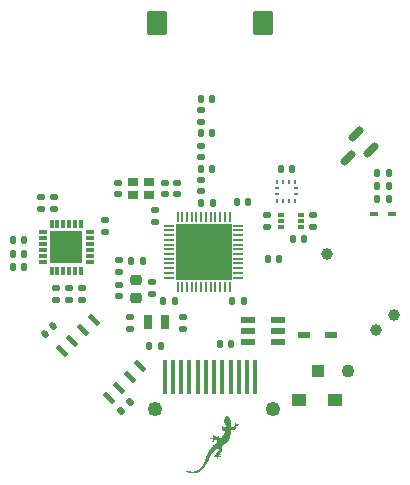
<source format=gbr>
%TF.GenerationSoftware,KiCad,Pcbnew,8.0.3*%
%TF.CreationDate,2024-08-05T21:53:05-05:00*%
%TF.ProjectId,GeckoSmartWatch_V4_1,4765636b-6f53-46d6-9172-745761746368,rev?*%
%TF.SameCoordinates,Original*%
%TF.FileFunction,Soldermask,Top*%
%TF.FilePolarity,Negative*%
%FSLAX46Y46*%
G04 Gerber Fmt 4.6, Leading zero omitted, Abs format (unit mm)*
G04 Created by KiCad (PCBNEW 8.0.3) date 2024-08-05 21:53:05*
%MOMM*%
%LPD*%
G01*
G04 APERTURE LIST*
G04 Aperture macros list*
%AMRoundRect*
0 Rectangle with rounded corners*
0 $1 Rounding radius*
0 $2 $3 $4 $5 $6 $7 $8 $9 X,Y pos of 4 corners*
0 Add a 4 corners polygon primitive as box body*
4,1,4,$2,$3,$4,$5,$6,$7,$8,$9,$2,$3,0*
0 Add four circle primitives for the rounded corners*
1,1,$1+$1,$2,$3*
1,1,$1+$1,$4,$5*
1,1,$1+$1,$6,$7*
1,1,$1+$1,$8,$9*
0 Add four rect primitives between the rounded corners*
20,1,$1+$1,$2,$3,$4,$5,0*
20,1,$1+$1,$4,$5,$6,$7,0*
20,1,$1+$1,$6,$7,$8,$9,0*
20,1,$1+$1,$8,$9,$2,$3,0*%
%AMRotRect*
0 Rectangle, with rotation*
0 The origin of the aperture is its center*
0 $1 length*
0 $2 width*
0 $3 Rotation angle, in degrees counterclockwise*
0 Add horizontal line*
21,1,$1,$2,0,0,$3*%
G04 Aperture macros list end*
%ADD10C,0.000000*%
%ADD11RoundRect,0.150000X0.309359X0.521491X-0.521491X-0.309359X-0.309359X-0.521491X0.521491X0.309359X0*%
%ADD12R,0.800000X0.300000*%
%ADD13R,0.300000X0.800000*%
%ADD14R,2.800000X2.800000*%
%ADD15R,0.850000X0.750000*%
%ADD16C,1.250000*%
%ADD17R,0.400000X3.000000*%
%ADD18RoundRect,0.140000X0.021213X-0.219203X0.219203X-0.021213X-0.021213X0.219203X-0.219203X0.021213X0*%
%ADD19RoundRect,0.140000X0.140000X0.170000X-0.140000X0.170000X-0.140000X-0.170000X0.140000X-0.170000X0*%
%ADD20RoundRect,0.135000X-0.185000X0.135000X-0.185000X-0.135000X0.185000X-0.135000X0.185000X0.135000X0*%
%ADD21RoundRect,0.140000X0.170000X-0.140000X0.170000X0.140000X-0.170000X0.140000X-0.170000X-0.140000X0*%
%ADD22RoundRect,0.135000X-0.035355X0.226274X-0.226274X0.035355X0.035355X-0.226274X0.226274X-0.035355X0*%
%ADD23R,0.200000X0.850000*%
%ADD24R,0.850000X0.200000*%
%ADD25R,4.700000X4.700000*%
%ADD26RoundRect,0.140000X-0.140000X-0.170000X0.140000X-0.170000X0.140000X0.170000X-0.140000X0.170000X0*%
%ADD27RoundRect,0.135000X-0.135000X-0.185000X0.135000X-0.185000X0.135000X0.185000X-0.135000X0.185000X0*%
%ADD28RoundRect,0.147500X0.172500X-0.147500X0.172500X0.147500X-0.172500X0.147500X-0.172500X-0.147500X0*%
%ADD29R,1.200000X0.550000*%
%ADD30R,0.800000X1.300000*%
%ADD31RoundRect,0.135000X0.185000X-0.135000X0.185000X0.135000X-0.185000X0.135000X-0.185000X-0.135000X0*%
%ADD32R,1.075000X0.500000*%
%ADD33RoundRect,0.140000X-0.170000X0.140000X-0.170000X-0.140000X0.170000X-0.140000X0.170000X0.140000X0*%
%ADD34R,0.410000X0.280000*%
%ADD35R,0.280000X0.410000*%
%ADD36RotRect,0.450000X1.100000X225.000000*%
%ADD37RoundRect,0.135000X0.135000X0.185000X-0.135000X0.185000X-0.135000X-0.185000X0.135000X-0.185000X0*%
%ADD38RoundRect,0.218750X-0.256250X0.218750X-0.256250X-0.218750X0.256250X-0.218750X0.256250X0.218750X0*%
%ADD39C,1.100000*%
%ADD40R,1.100000X1.100000*%
%ADD41R,1.240000X1.120000*%
%ADD42R,0.475000X0.300000*%
%ADD43R,0.640000X0.420000*%
%ADD44RoundRect,0.102000X-0.750000X-0.900000X0.750000X-0.900000X0.750000X0.900000X-0.750000X0.900000X0*%
%ADD45C,0.991000*%
G04 APERTURE END LIST*
D10*
%TO.C,G\u002A\u002A\u002A*%
G36*
X144878129Y-114150737D02*
G01*
X144898434Y-114155862D01*
X144905823Y-114159039D01*
X144917202Y-114166191D01*
X144932333Y-114177792D01*
X144949972Y-114192697D01*
X144968878Y-114209760D01*
X144987810Y-114227834D01*
X145005521Y-114245774D01*
X145020773Y-114262434D01*
X145029968Y-114273554D01*
X145039931Y-114285845D01*
X145047953Y-114293837D01*
X145056296Y-114299445D01*
X145065828Y-114303988D01*
X145082881Y-114313637D01*
X145098193Y-114326361D01*
X145109810Y-114340298D01*
X145115087Y-114350931D01*
X145117149Y-114360454D01*
X145119101Y-114374490D01*
X145120531Y-114390057D01*
X145120565Y-114390577D01*
X145121951Y-114405955D01*
X145124366Y-114416758D01*
X145128860Y-114425910D01*
X145136481Y-114436338D01*
X145137352Y-114437433D01*
X145152567Y-114457508D01*
X145167589Y-114479105D01*
X145181352Y-114500540D01*
X145192791Y-114520132D01*
X145200843Y-114536198D01*
X145202567Y-114540422D01*
X145205860Y-114551831D01*
X145208085Y-114566312D01*
X145209351Y-114585129D01*
X145209766Y-114609549D01*
X145209697Y-114623452D01*
X145209623Y-114648219D01*
X145210119Y-114667419D01*
X145211402Y-114682976D01*
X145213692Y-114696813D01*
X145217209Y-114710854D01*
X145221114Y-114723724D01*
X145226995Y-114744428D01*
X145230900Y-114764213D01*
X145232807Y-114784372D01*
X145232693Y-114806196D01*
X145230533Y-114830979D01*
X145226305Y-114860011D01*
X145219987Y-114894584D01*
X145217846Y-114905402D01*
X145212956Y-114930896D01*
X145208566Y-114955850D01*
X145204932Y-114978637D01*
X145202311Y-114997633D01*
X145200961Y-115011213D01*
X145200872Y-115012957D01*
X145199767Y-115041326D01*
X145226196Y-115064535D01*
X145241291Y-115077270D01*
X145254074Y-115086215D01*
X145266321Y-115091845D01*
X145279802Y-115094636D01*
X145296291Y-115095064D01*
X145317563Y-115093604D01*
X145330001Y-115092370D01*
X145350529Y-115090730D01*
X145374843Y-115089533D01*
X145399236Y-115088934D01*
X145412350Y-115088924D01*
X145456745Y-115089424D01*
X145504724Y-115032270D01*
X145525073Y-115007893D01*
X145540982Y-114988471D01*
X145552951Y-114973313D01*
X145561480Y-114961732D01*
X145567069Y-114953037D01*
X145570219Y-114946538D01*
X145571429Y-114941549D01*
X145571489Y-114940249D01*
X145569245Y-114934281D01*
X145562961Y-114923532D01*
X145553306Y-114909059D01*
X145540952Y-114891919D01*
X145539983Y-114890619D01*
X145528642Y-114875319D01*
X145519114Y-114862238D01*
X145512208Y-114852503D01*
X145508734Y-114847243D01*
X145508477Y-114846675D01*
X145511975Y-114843161D01*
X145522227Y-114842044D01*
X145538878Y-114843341D01*
X145549191Y-114844851D01*
X145563259Y-114846646D01*
X145574276Y-114847115D01*
X145580350Y-114846206D01*
X145580903Y-114845704D01*
X145580454Y-114840388D01*
X145577199Y-114830857D01*
X145573483Y-114822587D01*
X145565746Y-114801488D01*
X145564315Y-114782964D01*
X145569068Y-114767607D01*
X145579877Y-114756006D01*
X145588474Y-114751393D01*
X145598676Y-114748403D01*
X145606695Y-114748073D01*
X145607799Y-114748415D01*
X145612947Y-114753772D01*
X145618882Y-114764606D01*
X145624815Y-114779056D01*
X145629959Y-114795268D01*
X145632798Y-114807328D01*
X145635143Y-114819132D01*
X145637031Y-114828256D01*
X145637632Y-114830964D01*
X145641887Y-114833462D01*
X145652128Y-114833553D01*
X145659857Y-114832554D01*
X145684905Y-114831499D01*
X145708032Y-114837202D01*
X145730348Y-114849981D01*
X145736093Y-114854451D01*
X145755694Y-114870500D01*
X145791167Y-114866790D01*
X145815725Y-114865445D01*
X145835566Y-114867512D01*
X145852876Y-114873470D01*
X145869838Y-114883795D01*
X145870208Y-114884063D01*
X145880653Y-114893958D01*
X145887559Y-114905015D01*
X145889792Y-114915126D01*
X145888946Y-114918855D01*
X145882738Y-114926706D01*
X145871230Y-114933498D01*
X145853779Y-114939482D01*
X145829744Y-114944912D01*
X145817375Y-114947115D01*
X145795135Y-114951031D01*
X145779585Y-114954286D01*
X145769974Y-114957119D01*
X145765548Y-114959763D01*
X145765551Y-114962458D01*
X145766169Y-114963181D01*
X145770521Y-114965919D01*
X145779494Y-114970714D01*
X145788431Y-114975190D01*
X145812913Y-114988784D01*
X145830195Y-115002127D01*
X145840143Y-115015113D01*
X145840891Y-115016768D01*
X145842450Y-115024592D01*
X145843163Y-115036889D01*
X145843110Y-115051450D01*
X145842374Y-115066061D01*
X145841034Y-115078514D01*
X145839173Y-115086597D01*
X145838275Y-115088137D01*
X145834102Y-115089977D01*
X145827840Y-115088464D01*
X145818780Y-115083147D01*
X145806215Y-115073574D01*
X145789434Y-115059292D01*
X145780328Y-115051216D01*
X145763000Y-115035916D01*
X145749837Y-115024889D01*
X145739585Y-115017227D01*
X145730984Y-115012021D01*
X145722777Y-115008365D01*
X145719210Y-115007096D01*
X145707441Y-115003791D01*
X145697745Y-115003027D01*
X145689726Y-115005446D01*
X145682989Y-115011696D01*
X145677140Y-115022420D01*
X145671781Y-115038264D01*
X145666520Y-115059872D01*
X145660959Y-115087889D01*
X145657306Y-115108094D01*
X145652648Y-115132842D01*
X145647394Y-115158174D01*
X145642037Y-115181866D01*
X145637069Y-115201694D01*
X145634509Y-115210725D01*
X145623388Y-115247337D01*
X145586264Y-115284461D01*
X145571386Y-115299245D01*
X145560493Y-115309639D01*
X145552299Y-115316588D01*
X145545522Y-115321044D01*
X145538878Y-115323955D01*
X145531085Y-115326268D01*
X145528971Y-115326821D01*
X145510322Y-115330867D01*
X145492393Y-115332771D01*
X145473072Y-115332537D01*
X145450244Y-115330171D01*
X145429712Y-115327025D01*
X145395724Y-115321884D01*
X145367877Y-115318991D01*
X145345135Y-115318415D01*
X145326459Y-115320225D01*
X145310814Y-115324491D01*
X145297163Y-115331282D01*
X145289821Y-115336352D01*
X145278093Y-115347588D01*
X145267709Y-115362880D01*
X145258162Y-115383210D01*
X145248953Y-115409560D01*
X145244352Y-115425173D01*
X145239176Y-115443263D01*
X145232479Y-115466205D01*
X145224939Y-115491682D01*
X145217244Y-115517379D01*
X145212926Y-115531640D01*
X145204288Y-115560552D01*
X145197701Y-115584302D01*
X145192822Y-115604838D01*
X145189309Y-115624107D01*
X145186821Y-115644056D01*
X145185015Y-115666633D01*
X145183551Y-115693786D01*
X145183229Y-115700827D01*
X145181194Y-115739307D01*
X145178670Y-115772470D01*
X145175401Y-115802495D01*
X145171131Y-115831560D01*
X145165605Y-115861846D01*
X145162542Y-115876921D01*
X145142064Y-115958968D01*
X145114984Y-116041357D01*
X145081960Y-116122531D01*
X145043644Y-116200932D01*
X145000692Y-116275000D01*
X144985404Y-116298537D01*
X144962403Y-116331703D01*
X144939625Y-116361733D01*
X144915461Y-116390564D01*
X144888291Y-116420128D01*
X144859994Y-116448911D01*
X144837836Y-116470410D01*
X144816602Y-116489832D01*
X144795149Y-116508054D01*
X144772331Y-116525956D01*
X144747009Y-116544415D01*
X144718039Y-116564309D01*
X144684277Y-116586516D01*
X144663840Y-116599659D01*
X144630660Y-116621042D01*
X144602890Y-116639362D01*
X144579480Y-116655371D01*
X144559379Y-116669819D01*
X144541539Y-116683455D01*
X144524909Y-116697031D01*
X144512150Y-116708016D01*
X144499253Y-116719450D01*
X144490929Y-116727434D01*
X144486097Y-116733451D01*
X144483682Y-116738984D01*
X144482607Y-116745517D01*
X144482275Y-116749144D01*
X144482194Y-116759940D01*
X144483128Y-116775571D01*
X144484891Y-116793470D01*
X144486104Y-116803030D01*
X144494697Y-116874845D01*
X144499746Y-116940094D01*
X144501250Y-116998818D01*
X144499210Y-117051063D01*
X144493628Y-117096867D01*
X144492370Y-117103790D01*
X144487444Y-117125182D01*
X144480619Y-117148852D01*
X144472598Y-117172813D01*
X144464085Y-117195081D01*
X144455780Y-117213671D01*
X144449428Y-117225073D01*
X144440861Y-117236321D01*
X144429357Y-117248049D01*
X144414136Y-117260876D01*
X144394422Y-117275423D01*
X144369434Y-117292307D01*
X144345597Y-117307615D01*
X144319993Y-117324247D01*
X144296427Y-117340427D01*
X144275571Y-117355619D01*
X144258102Y-117369282D01*
X144244694Y-117380882D01*
X144236022Y-117389877D01*
X144232758Y-117395731D01*
X144233249Y-117397211D01*
X144237802Y-117397718D01*
X144247231Y-117396912D01*
X144254407Y-117395830D01*
X144284532Y-117392023D01*
X144308461Y-117392216D01*
X144326403Y-117396509D01*
X144338570Y-117404998D01*
X144345168Y-117417785D01*
X144346412Y-117434969D01*
X144346017Y-117439103D01*
X144342750Y-117451176D01*
X144335615Y-117461188D01*
X144323867Y-117469555D01*
X144306760Y-117476688D01*
X144283551Y-117483003D01*
X144257661Y-117488182D01*
X144235882Y-117492115D01*
X144220773Y-117495184D01*
X144211621Y-117497862D01*
X144207713Y-117500622D01*
X144208341Y-117503939D01*
X144212790Y-117508283D01*
X144219554Y-117513525D01*
X144230497Y-117521232D01*
X144245296Y-117530861D01*
X144261255Y-117540673D01*
X144265990Y-117543464D01*
X144283495Y-117554505D01*
X144302176Y-117567616D01*
X144318424Y-117580242D01*
X144320653Y-117582130D01*
X144345156Y-117603223D01*
X144339121Y-117627305D01*
X144333916Y-117647582D01*
X144329924Y-117661694D01*
X144326733Y-117670796D01*
X144323927Y-117676043D01*
X144321090Y-117678592D01*
X144320632Y-117678815D01*
X144317827Y-117679430D01*
X144313880Y-117678723D01*
X144307934Y-117676232D01*
X144299129Y-117671495D01*
X144286609Y-117664050D01*
X144269514Y-117653437D01*
X144247096Y-117639261D01*
X144221503Y-117624072D01*
X144196303Y-117611070D01*
X144172945Y-117600905D01*
X144152886Y-117594218D01*
X144140334Y-117591821D01*
X144126297Y-117592454D01*
X144113630Y-117596304D01*
X144105101Y-117602459D01*
X144104232Y-117603719D01*
X144102987Y-117609612D01*
X144102053Y-117621765D01*
X144101466Y-117638947D01*
X144101263Y-117659920D01*
X144101482Y-117683453D01*
X144101626Y-117690441D01*
X144102026Y-117715373D01*
X144102070Y-117738939D01*
X144101784Y-117759678D01*
X144101190Y-117776134D01*
X144100311Y-117786844D01*
X144100104Y-117788169D01*
X144096215Y-117801458D01*
X144088880Y-117819235D01*
X144078892Y-117839804D01*
X144067043Y-117861467D01*
X144061348Y-117871066D01*
X144057476Y-117875502D01*
X144053121Y-117875969D01*
X144047800Y-117871911D01*
X144041026Y-117862768D01*
X144032313Y-117847984D01*
X144021176Y-117826999D01*
X144018603Y-117821985D01*
X144007256Y-117799232D01*
X143999224Y-117780986D01*
X143994140Y-117765222D01*
X143991636Y-117749911D01*
X143991345Y-117733029D01*
X143992897Y-117712549D01*
X143995147Y-117692811D01*
X143997208Y-117671018D01*
X143998612Y-117646644D01*
X143999135Y-117623998D01*
X143999079Y-117617838D01*
X143997099Y-117589158D01*
X143992400Y-117567411D01*
X143984947Y-117552523D01*
X143974704Y-117544423D01*
X143962131Y-117542974D01*
X143951218Y-117544952D01*
X143943240Y-117548744D01*
X143936901Y-117555732D01*
X143930904Y-117567292D01*
X143924718Y-117582771D01*
X143918456Y-117598605D01*
X143913177Y-117609409D01*
X143907553Y-117617287D01*
X143900252Y-117624345D01*
X143896419Y-117627527D01*
X143882834Y-117637425D01*
X143867552Y-117646998D01*
X143861488Y-117650312D01*
X143852025Y-117655382D01*
X143845542Y-117660063D01*
X143840318Y-117666259D01*
X143834630Y-117675874D01*
X143829336Y-117685883D01*
X143822273Y-117699048D01*
X143817343Y-117706856D01*
X143813377Y-117710684D01*
X143809210Y-117711908D01*
X143807213Y-117711977D01*
X143797842Y-117708554D01*
X143791529Y-117698288D01*
X143788281Y-117681186D01*
X143787820Y-117665675D01*
X143788441Y-117652647D01*
X143790264Y-117640878D01*
X143793836Y-117629241D01*
X143799710Y-117616610D01*
X143808433Y-117601860D01*
X143820557Y-117583865D01*
X143836631Y-117561498D01*
X143842780Y-117553123D01*
X143862494Y-117526130D01*
X143878700Y-117503292D01*
X143892525Y-117482861D01*
X143905091Y-117463094D01*
X143917525Y-117442246D01*
X143930954Y-117418572D01*
X143939460Y-117403186D01*
X143950578Y-117383356D01*
X143961852Y-117363954D01*
X143972185Y-117346822D01*
X143980480Y-117333801D01*
X143982757Y-117330474D01*
X143999221Y-117310099D01*
X144021050Y-117287541D01*
X144046907Y-117263988D01*
X144075455Y-117240623D01*
X144105357Y-117218637D01*
X144119372Y-117209197D01*
X144151005Y-117188114D01*
X144177147Y-117169764D01*
X144197530Y-117154351D01*
X144211887Y-117142080D01*
X144219948Y-117133153D01*
X144220467Y-117132335D01*
X144221935Y-117128688D01*
X144222273Y-117123663D01*
X144221249Y-117116345D01*
X144218626Y-117105817D01*
X144214171Y-117091163D01*
X144207650Y-117071468D01*
X144198827Y-117045815D01*
X144196920Y-117040331D01*
X144188052Y-117014422D01*
X144179526Y-116988696D01*
X144171840Y-116964726D01*
X144165495Y-116944080D01*
X144160993Y-116928330D01*
X144159872Y-116923975D01*
X144155756Y-116909029D01*
X144151568Y-116897013D01*
X144147972Y-116889705D01*
X144146660Y-116888398D01*
X144141597Y-116889177D01*
X144131296Y-116892897D01*
X144117148Y-116898990D01*
X144100540Y-116906887D01*
X144096475Y-116908921D01*
X144051371Y-116931706D01*
X143965955Y-117013352D01*
X143933188Y-117044326D01*
X143903324Y-117071855D01*
X143876952Y-117095411D01*
X143854661Y-117114465D01*
X143840103Y-117126160D01*
X143817464Y-117144485D01*
X143792791Y-117166219D01*
X143765145Y-117192216D01*
X143738636Y-117218274D01*
X143716920Y-117240132D01*
X143699356Y-117258302D01*
X143684656Y-117274252D01*
X143671527Y-117289453D01*
X143658679Y-117305376D01*
X143644819Y-117323489D01*
X143636951Y-117334035D01*
X143618464Y-117359154D01*
X143601229Y-117383059D01*
X143584940Y-117406284D01*
X143569290Y-117429368D01*
X143553974Y-117452847D01*
X143538683Y-117477256D01*
X143523114Y-117503133D01*
X143506957Y-117531013D01*
X143489909Y-117561434D01*
X143471660Y-117594932D01*
X143451907Y-117632044D01*
X143430341Y-117673305D01*
X143406657Y-117719253D01*
X143380547Y-117770424D01*
X143351707Y-117827354D01*
X143325570Y-117879178D01*
X143285504Y-117958172D01*
X143248017Y-118030865D01*
X143212757Y-118097861D01*
X143179378Y-118159767D01*
X143147530Y-118217185D01*
X143116866Y-118270723D01*
X143087036Y-118320984D01*
X143057690Y-118368575D01*
X143028483Y-118414097D01*
X142999063Y-118458160D01*
X142969083Y-118501364D01*
X142958130Y-118516764D01*
X142936617Y-118546623D01*
X142917690Y-118572315D01*
X142900387Y-118594968D01*
X142883741Y-118615708D01*
X142866788Y-118635660D01*
X142848564Y-118655949D01*
X142828105Y-118677701D01*
X142804444Y-118702041D01*
X142776617Y-118730096D01*
X142767202Y-118739514D01*
X142741739Y-118764902D01*
X142720762Y-118785655D01*
X142703491Y-118802484D01*
X142689148Y-118816094D01*
X142676955Y-118827196D01*
X142666135Y-118836499D01*
X142655907Y-118844711D01*
X142645494Y-118852540D01*
X142634122Y-118860694D01*
X142597621Y-118885600D01*
X142563390Y-118906922D01*
X142529645Y-118925553D01*
X142494603Y-118942387D01*
X142456482Y-118958315D01*
X142413496Y-118974231D01*
X142393593Y-118981117D01*
X142308890Y-119007089D01*
X142225265Y-119027084D01*
X142143197Y-119041064D01*
X142063162Y-119048990D01*
X141985639Y-119050822D01*
X141911108Y-119046523D01*
X141840046Y-119036053D01*
X141807048Y-119028760D01*
X141782980Y-119022340D01*
X141757091Y-119014434D01*
X141728363Y-119004684D01*
X141695784Y-118992731D01*
X141658337Y-118978221D01*
X141620784Y-118963145D01*
X141573154Y-118944135D01*
X141530667Y-118927968D01*
X141491777Y-118914084D01*
X141454940Y-118901928D01*
X141428929Y-118893964D01*
X141410904Y-118888365D01*
X141398213Y-118883578D01*
X141388901Y-118878627D01*
X141381014Y-118872538D01*
X141375557Y-118867340D01*
X141367241Y-118858455D01*
X141361667Y-118851413D01*
X141360209Y-118848455D01*
X141362295Y-118842993D01*
X141369136Y-118838880D01*
X141381607Y-118835808D01*
X141400579Y-118833471D01*
X141403611Y-118833202D01*
X141414429Y-118832453D01*
X141426003Y-118832065D01*
X141438846Y-118832089D01*
X141453469Y-118832577D01*
X141470384Y-118833582D01*
X141490101Y-118835156D01*
X141513133Y-118837350D01*
X141539991Y-118840216D01*
X141571187Y-118843806D01*
X141607231Y-118848173D01*
X141648636Y-118853368D01*
X141695912Y-118859445D01*
X141749572Y-118866453D01*
X141810128Y-118874446D01*
X141812853Y-118874807D01*
X141869786Y-118881705D01*
X141920803Y-118886407D01*
X141967158Y-118888911D01*
X142010109Y-118889205D01*
X142050911Y-118887285D01*
X142090822Y-118883145D01*
X142131098Y-118876779D01*
X142150293Y-118873059D01*
X142224936Y-118854015D01*
X142298658Y-118827528D01*
X142371458Y-118793600D01*
X142443333Y-118752233D01*
X142514279Y-118703427D01*
X142569541Y-118659720D01*
X142588717Y-118642801D01*
X142611327Y-118621445D01*
X142636145Y-118596934D01*
X142661945Y-118570549D01*
X142687499Y-118543572D01*
X142711583Y-118517283D01*
X142732968Y-118492966D01*
X142750432Y-118471901D01*
X142755544Y-118465330D01*
X142783865Y-118425367D01*
X142813352Y-118378482D01*
X142843740Y-118325118D01*
X142874768Y-118265714D01*
X142876647Y-118261963D01*
X142891328Y-118232182D01*
X142905210Y-118203112D01*
X142918593Y-118174007D01*
X142931775Y-118144126D01*
X142945057Y-118112722D01*
X142958736Y-118079055D01*
X142973112Y-118042378D01*
X142988485Y-118001949D01*
X143005154Y-117957023D01*
X143023417Y-117906858D01*
X143043574Y-117850708D01*
X143055138Y-117818238D01*
X143074582Y-117763988D01*
X143092310Y-117715606D01*
X143108835Y-117671794D01*
X143124672Y-117631260D01*
X143140334Y-117592706D01*
X143156336Y-117554839D01*
X143173191Y-117516363D01*
X143187715Y-117484100D01*
X143229892Y-117393704D01*
X143271235Y-117309952D01*
X143312155Y-117232096D01*
X143353064Y-117159382D01*
X143394375Y-117091060D01*
X143436498Y-117026381D01*
X143447875Y-117009718D01*
X143500890Y-116935338D01*
X143553437Y-116866933D01*
X143606733Y-116803169D01*
X143661996Y-116742712D01*
X143720440Y-116684229D01*
X143783284Y-116626384D01*
X143848942Y-116570171D01*
X143872622Y-116550426D01*
X143896357Y-116530460D01*
X143918968Y-116511280D01*
X143939277Y-116493888D01*
X143956104Y-116479286D01*
X143967917Y-116468804D01*
X144002835Y-116437185D01*
X144001401Y-116412128D01*
X144001244Y-116399675D01*
X144001748Y-116381701D01*
X144002823Y-116360153D01*
X144004380Y-116336975D01*
X144005450Y-116323782D01*
X144008130Y-116291624D01*
X144009988Y-116266253D01*
X144011047Y-116247005D01*
X144011329Y-116233216D01*
X144010858Y-116224220D01*
X144009656Y-116219353D01*
X144009044Y-116218479D01*
X144003581Y-116216910D01*
X143992744Y-116218123D01*
X143976080Y-116222212D01*
X143953130Y-116229272D01*
X143947460Y-116231144D01*
X143904536Y-116243840D01*
X143865209Y-116251923D01*
X143827478Y-116255771D01*
X143814853Y-116256179D01*
X143777127Y-116256764D01*
X143766537Y-116279460D01*
X143760454Y-116294202D01*
X143753927Y-116312716D01*
X143748184Y-116331463D01*
X143747205Y-116335051D01*
X143738464Y-116367946D01*
X143706878Y-116386856D01*
X143684758Y-116399447D01*
X143663764Y-116410189D01*
X143644971Y-116418634D01*
X143629452Y-116424332D01*
X143618280Y-116426835D01*
X143613011Y-116426120D01*
X143606259Y-116417253D01*
X143604914Y-116404026D01*
X143608732Y-116387013D01*
X143617469Y-116366787D01*
X143630883Y-116343919D01*
X143648729Y-116318984D01*
X143669008Y-116294531D01*
X143687335Y-116272624D01*
X143700384Y-116254105D01*
X143708808Y-116237769D01*
X143713261Y-116222414D01*
X143714385Y-116210860D01*
X143711344Y-116188310D01*
X143701380Y-116168017D01*
X143684949Y-116150891D01*
X143683971Y-116150138D01*
X143675357Y-116144471D01*
X143665624Y-116140184D01*
X143653460Y-116137007D01*
X143637550Y-116134672D01*
X143616582Y-116132909D01*
X143593506Y-116131649D01*
X143573603Y-116130273D01*
X143554450Y-116128171D01*
X143538409Y-116125648D01*
X143528906Y-116123373D01*
X143506363Y-116113832D01*
X143483294Y-116100245D01*
X143462729Y-116084548D01*
X143452497Y-116074531D01*
X143444599Y-116065454D01*
X143441216Y-116059740D01*
X143441797Y-116055216D01*
X143445800Y-116049708D01*
X143446151Y-116049283D01*
X143451018Y-116044509D01*
X143457165Y-116041711D01*
X143466521Y-116040443D01*
X143481020Y-116040257D01*
X143484913Y-116040312D01*
X143501477Y-116039994D01*
X143516976Y-116038666D01*
X143528446Y-116036602D01*
X143529769Y-116036203D01*
X143546867Y-116031367D01*
X143562018Y-116029494D01*
X143577538Y-116030704D01*
X143595743Y-116035113D01*
X143611943Y-116040378D01*
X143635901Y-116047762D01*
X143657030Y-116051990D01*
X143678957Y-116053722D01*
X143685694Y-116053850D01*
X143707527Y-116053176D01*
X143722424Y-116050307D01*
X143730777Y-116044655D01*
X143732973Y-116035633D01*
X143729406Y-116022651D01*
X143720463Y-116005123D01*
X143719332Y-116003172D01*
X143707644Y-115982799D01*
X143699412Y-115967357D01*
X143694032Y-115955469D01*
X143690902Y-115945758D01*
X143689420Y-115936849D01*
X143689221Y-115934367D01*
X143689499Y-115919165D01*
X143691717Y-115900548D01*
X143695437Y-115880347D01*
X143700224Y-115860388D01*
X143705643Y-115842501D01*
X143711256Y-115828516D01*
X143716386Y-115820493D01*
X143723991Y-115817503D01*
X143733515Y-115821650D01*
X143738943Y-115826396D01*
X143745382Y-115831113D01*
X143756082Y-115837349D01*
X143765949Y-115842394D01*
X143782788Y-115852104D01*
X143794807Y-115863447D01*
X143802749Y-115877804D01*
X143807350Y-115896557D01*
X143809353Y-115921089D01*
X143809430Y-115923595D01*
X143810710Y-115946269D01*
X143813083Y-115966145D01*
X143816307Y-115981832D01*
X143820140Y-115991931D01*
X143821657Y-115993966D01*
X143826595Y-115994754D01*
X143833158Y-115988735D01*
X143841428Y-115975790D01*
X143851485Y-115955798D01*
X143859645Y-115937518D01*
X143867753Y-115919756D01*
X143876545Y-115902233D01*
X143884649Y-115887620D01*
X143888134Y-115882060D01*
X143895913Y-115871071D01*
X143902232Y-115864511D01*
X143909495Y-115860376D01*
X143917671Y-115857448D01*
X143931204Y-115855160D01*
X143941090Y-115858677D01*
X143947859Y-115868454D01*
X143952037Y-115884949D01*
X143952395Y-115887449D01*
X143953605Y-115904533D01*
X143951619Y-115919059D01*
X143945701Y-115933068D01*
X143935119Y-115948598D01*
X143926680Y-115958961D01*
X143916144Y-115971824D01*
X143910096Y-115980452D01*
X143907841Y-115986034D01*
X143908684Y-115989755D01*
X143908686Y-115989756D01*
X143914059Y-115992388D01*
X143924438Y-115991443D01*
X143940143Y-115986823D01*
X143961494Y-115978431D01*
X143988813Y-115966167D01*
X143995087Y-115963209D01*
X144028450Y-115947594D01*
X144056120Y-115935224D01*
X144079023Y-115925816D01*
X144098086Y-115919086D01*
X144114236Y-115914754D01*
X144128398Y-115912533D01*
X144141499Y-115912146D01*
X144154465Y-115913306D01*
X144157301Y-115913727D01*
X144181536Y-115919944D01*
X144200424Y-115930560D01*
X144215208Y-115946399D01*
X144221101Y-115955896D01*
X144227161Y-115968593D01*
X144234756Y-115987131D01*
X144243407Y-116010118D01*
X144252639Y-116036170D01*
X144261975Y-116063897D01*
X144270940Y-116091913D01*
X144279057Y-116118830D01*
X144285851Y-116143259D01*
X144287232Y-116148602D01*
X144292493Y-116169065D01*
X144296741Y-116182732D01*
X144300966Y-116190038D01*
X144306162Y-116191413D01*
X144313316Y-116187291D01*
X144323422Y-116178103D01*
X144333071Y-116168605D01*
X144352714Y-116146848D01*
X144369128Y-116122998D01*
X144383491Y-116095129D01*
X144394442Y-116068256D01*
X144406074Y-116039347D01*
X144419460Y-116010732D01*
X144435180Y-115981439D01*
X144453817Y-115950499D01*
X144475951Y-115916943D01*
X144502162Y-115879799D01*
X144529568Y-115842702D01*
X144544651Y-115822262D01*
X144559676Y-115801259D01*
X144573428Y-115781439D01*
X144584691Y-115764547D01*
X144590590Y-115755150D01*
X144612893Y-115715065D01*
X144634912Y-115669440D01*
X144656854Y-115617793D01*
X144678921Y-115559644D01*
X144701318Y-115494512D01*
X144702074Y-115492211D01*
X144713992Y-115455001D01*
X144723067Y-115424682D01*
X144729310Y-115401214D01*
X144732732Y-115384553D01*
X144733343Y-115374656D01*
X144732356Y-115371936D01*
X144729140Y-115370733D01*
X144723381Y-115371782D01*
X144714280Y-115375443D01*
X144701036Y-115382075D01*
X144682851Y-115392038D01*
X144664720Y-115402354D01*
X144635372Y-115418785D01*
X144611420Y-115430871D01*
X144592072Y-115438510D01*
X144576539Y-115441600D01*
X144564030Y-115440038D01*
X144553754Y-115433722D01*
X144544920Y-115422546D01*
X144536738Y-115406411D01*
X144528417Y-115385211D01*
X144528192Y-115384589D01*
X144521744Y-115367421D01*
X144516318Y-115355195D01*
X144510604Y-115345723D01*
X144503289Y-115336818D01*
X144493525Y-115326755D01*
X144480497Y-115314538D01*
X144469423Y-115306813D01*
X144458071Y-115302869D01*
X144444211Y-115301994D01*
X144425610Y-115303475D01*
X144421904Y-115303899D01*
X144394258Y-115305214D01*
X144371584Y-115302202D01*
X144358104Y-115297061D01*
X144353478Y-115292621D01*
X144351041Y-115284452D01*
X144350224Y-115271320D01*
X144349899Y-115249673D01*
X144362627Y-115247656D01*
X144370681Y-115246996D01*
X144384627Y-115246485D01*
X144402860Y-115246157D01*
X144423772Y-115246047D01*
X144436804Y-115246098D01*
X144458389Y-115245992D01*
X144478100Y-115245401D01*
X144494378Y-115244409D01*
X144505663Y-115243101D01*
X144509422Y-115242188D01*
X144521382Y-115234390D01*
X144527016Y-115223510D01*
X144526261Y-115210597D01*
X144519051Y-115196700D01*
X144512724Y-115189429D01*
X144498352Y-115171622D01*
X144486569Y-115149159D01*
X144476912Y-115121024D01*
X144471366Y-115098332D01*
X144467792Y-115080962D01*
X144465027Y-115066141D01*
X144463351Y-115055481D01*
X144463028Y-115050650D01*
X144465169Y-115047641D01*
X144470045Y-115047602D01*
X144478441Y-115050860D01*
X144491144Y-115057744D01*
X144508937Y-115068583D01*
X144514831Y-115072303D01*
X144535566Y-115085922D01*
X144550726Y-115097393D01*
X144561362Y-115108086D01*
X144568524Y-115119367D01*
X144573263Y-115132606D01*
X144576629Y-115149168D01*
X144577330Y-115153662D01*
X144580980Y-115173989D01*
X144585156Y-115188071D01*
X144590481Y-115197162D01*
X144597580Y-115202516D01*
X144602577Y-115204354D01*
X144609138Y-115205164D01*
X144616277Y-115203512D01*
X144624856Y-115198804D01*
X144635736Y-115190442D01*
X144649779Y-115177832D01*
X144667845Y-115160380D01*
X144671728Y-115156541D01*
X144686560Y-115142062D01*
X144697989Y-115131687D01*
X144707789Y-115124096D01*
X144717737Y-115117967D01*
X144729606Y-115111980D01*
X144735042Y-115109444D01*
X144749361Y-115102446D01*
X144761591Y-115095760D01*
X144769665Y-115090537D01*
X144771035Y-115089361D01*
X144774803Y-115080600D01*
X144775125Y-115065661D01*
X144772127Y-115044961D01*
X144765937Y-115018917D01*
X144756679Y-114987945D01*
X144744482Y-114952462D01*
X144729470Y-114912886D01*
X144711772Y-114869633D01*
X144691513Y-114823120D01*
X144687787Y-114814839D01*
X144673595Y-114782910D01*
X144661759Y-114755181D01*
X144652512Y-114732242D01*
X144646092Y-114714682D01*
X144642732Y-114703090D01*
X144642396Y-114701168D01*
X144641318Y-114682827D01*
X144642942Y-114662093D01*
X144647466Y-114637777D01*
X144655088Y-114608698D01*
X144661355Y-114588076D01*
X144669081Y-114562034D01*
X144673844Y-114541401D01*
X144675734Y-114524738D01*
X144674840Y-114510605D01*
X144671253Y-114497561D01*
X144667525Y-114488998D01*
X144660770Y-114467289D01*
X144661478Y-114445375D01*
X144669618Y-114423371D01*
X144685162Y-114401396D01*
X144692503Y-114393574D01*
X144699639Y-114383717D01*
X144706525Y-114368303D01*
X144712798Y-114349161D01*
X144727464Y-114302607D01*
X144742070Y-114263085D01*
X144756870Y-114230135D01*
X144772117Y-114203296D01*
X144788068Y-114182106D01*
X144804975Y-114166103D01*
X144818838Y-114157009D01*
X144835664Y-114151249D01*
X144856317Y-114149179D01*
X144878129Y-114150737D01*
G37*
%TD*%
D11*
%TO.C,Q1*%
X155112087Y-92337913D03*
X155766161Y-90340336D03*
X157109664Y-91683839D03*
%TD*%
D12*
%TO.C,U6*%
X133275000Y-101150000D03*
X133275000Y-100650000D03*
X133275000Y-100150000D03*
X133275000Y-99650000D03*
X133275000Y-99150000D03*
X133275000Y-98650000D03*
D13*
X132525000Y-97900000D03*
X132025000Y-97900000D03*
X131525000Y-97900000D03*
X131025000Y-97900000D03*
X130525000Y-97900000D03*
X130025000Y-97900000D03*
D12*
X129275000Y-98650000D03*
X129275000Y-99150000D03*
X129275000Y-99650000D03*
X129275000Y-100150000D03*
X129275000Y-100650000D03*
X129275000Y-101150000D03*
D13*
X130025000Y-101900000D03*
X130525000Y-101900000D03*
X131025000Y-101900000D03*
X131525000Y-101900000D03*
X132025000Y-101900000D03*
X132525000Y-101900000D03*
D14*
X131275000Y-99900000D03*
%TD*%
D15*
%TO.C,Y2*%
X138300000Y-95450000D03*
X136950000Y-95450000D03*
X136950000Y-94400000D03*
X138300000Y-94400000D03*
%TD*%
D16*
%TO.C,U3*%
X138744576Y-113623473D03*
X148750000Y-113625000D03*
D17*
X147294576Y-110873473D03*
X146594576Y-110873473D03*
X145894576Y-110873473D03*
X145194576Y-110873473D03*
X144494576Y-110873473D03*
X143794576Y-110873473D03*
X143094576Y-110873473D03*
X142394576Y-110873473D03*
X141694576Y-110873473D03*
X140994576Y-110873473D03*
X140294576Y-110873473D03*
X139594576Y-110873473D03*
%TD*%
D18*
%TO.C,C6*%
X129510589Y-107264411D03*
X130189411Y-106585589D03*
%TD*%
D19*
%TO.C,C20*%
X149420000Y-93275000D03*
X150380000Y-93275000D03*
%TD*%
D20*
%TO.C,R2*%
X148275000Y-98160000D03*
X148275000Y-97140000D03*
%TD*%
D21*
%TO.C,C25*%
X132625000Y-104330000D03*
X132625000Y-103370000D03*
%TD*%
D20*
%TO.C,R9*%
X130225000Y-95640000D03*
X130225000Y-96660000D03*
%TD*%
D22*
%TO.C,R3*%
X136660624Y-113014376D03*
X135939376Y-113735624D03*
%TD*%
D23*
%TO.C,U1*%
X140700000Y-103225000D03*
X141100000Y-103225000D03*
X141500000Y-103225000D03*
X141900000Y-103225000D03*
X142300000Y-103225000D03*
X142700000Y-103225000D03*
X143100000Y-103225000D03*
X143500000Y-103225000D03*
X143900000Y-103225000D03*
X144300000Y-103225000D03*
X144700000Y-103225000D03*
X145100000Y-103225000D03*
D24*
X145850000Y-102475000D03*
X145850000Y-102075000D03*
X145850000Y-101675000D03*
X145850000Y-101275000D03*
X145850000Y-100875000D03*
X145850000Y-100475000D03*
X145850000Y-100075000D03*
X145850000Y-99675000D03*
X145850000Y-99275000D03*
X145850000Y-98875000D03*
X145850000Y-98475000D03*
X145850000Y-98075000D03*
D23*
X145100000Y-97325000D03*
X144700000Y-97325000D03*
X144300000Y-97325000D03*
X143900000Y-97325000D03*
X143500000Y-97325000D03*
X143100000Y-97325000D03*
X142700000Y-97325000D03*
X142300000Y-97325000D03*
X141900000Y-97325000D03*
X141500000Y-97325000D03*
X141100000Y-97325000D03*
X140700000Y-97325000D03*
D24*
X139950000Y-98075000D03*
X139950000Y-98475000D03*
X139950000Y-98875000D03*
X139950000Y-99275000D03*
X139950000Y-99675000D03*
X139950000Y-100075000D03*
X139950000Y-100475000D03*
X139950000Y-100875000D03*
X139950000Y-101275000D03*
X139950000Y-101675000D03*
X139950000Y-102075000D03*
X139950000Y-102475000D03*
D25*
X142900000Y-100275000D03*
%TD*%
D26*
%TO.C,C18*%
X143640000Y-90250000D03*
X142680000Y-90250000D03*
%TD*%
D19*
%TO.C,C27*%
X127730000Y-101575000D03*
X126770000Y-101575000D03*
%TD*%
D27*
%TO.C,R7*%
X138315000Y-108275000D03*
X139335000Y-108275000D03*
%TD*%
D28*
%TO.C,L5*%
X142680000Y-88305000D03*
X142680000Y-89275000D03*
%TD*%
D21*
%TO.C,C15*%
X139600000Y-94445000D03*
X139600000Y-95405000D03*
%TD*%
D19*
%TO.C,C23*%
X127730000Y-100450000D03*
X126770000Y-100450000D03*
%TD*%
%TO.C,C12*%
X140455000Y-104450000D03*
X139495000Y-104450000D03*
%TD*%
D29*
%TO.C,U5*%
X149175000Y-106050000D03*
X149175000Y-107000000D03*
X149175000Y-107950000D03*
X146675000Y-107950000D03*
X146675000Y-107000000D03*
X146675000Y-106050000D03*
%TD*%
D19*
%TO.C,C24*%
X127730000Y-99300000D03*
X126770000Y-99300000D03*
%TD*%
D30*
%TO.C,Y1*%
X138200000Y-106225000D03*
X139600000Y-106225000D03*
%TD*%
D31*
%TO.C,R10*%
X129125000Y-96660000D03*
X129125000Y-95640000D03*
%TD*%
D28*
%TO.C,L4*%
X142685000Y-91300000D03*
X142685000Y-92270000D03*
%TD*%
D32*
%TO.C,D3*%
X153712000Y-107350000D03*
X151388000Y-107350000D03*
%TD*%
D26*
%TO.C,C5*%
X145345000Y-104425000D03*
X146305000Y-104425000D03*
%TD*%
%TO.C,C4*%
X148320000Y-100875000D03*
X149280000Y-100875000D03*
%TD*%
D28*
%TO.C,L3*%
X142685000Y-94200000D03*
X142685000Y-95170000D03*
%TD*%
D21*
%TO.C,C14*%
X135675000Y-94445000D03*
X135675000Y-95405000D03*
%TD*%
D33*
%TO.C,C26*%
X130375000Y-103370000D03*
X130375000Y-104330000D03*
%TD*%
D27*
%TO.C,R6*%
X158585000Y-93625000D03*
X157565000Y-93625000D03*
%TD*%
D26*
%TO.C,C16*%
X143660000Y-96135000D03*
X142700000Y-96135000D03*
%TD*%
%TO.C,C19*%
X143635000Y-87325000D03*
X142675000Y-87325000D03*
%TD*%
D34*
%TO.C,U4*%
X149085000Y-95400000D03*
X149085000Y-94900000D03*
D35*
X149150000Y-94335000D03*
X149650000Y-94335000D03*
X150150000Y-94335000D03*
X150650000Y-94335000D03*
D34*
X150715000Y-94900000D03*
X150715000Y-95400000D03*
D35*
X150650000Y-95965000D03*
X150150000Y-95965000D03*
X149650000Y-95965000D03*
X149150000Y-95965000D03*
%TD*%
D33*
%TO.C,C8*%
X141175000Y-105845000D03*
X141175000Y-106805000D03*
%TD*%
D21*
%TO.C,C11*%
X135750000Y-101980000D03*
X135750000Y-101020000D03*
%TD*%
D36*
%TO.C,U2*%
X134857861Y-112676937D03*
X135755886Y-111778912D03*
X136653912Y-110880886D03*
X137551937Y-109982861D03*
X133592139Y-106023063D03*
X132694114Y-106921088D03*
X131796088Y-107819114D03*
X130898063Y-108717139D03*
%TD*%
D37*
%TO.C,R4*%
X157565000Y-95825000D03*
X158585000Y-95825000D03*
%TD*%
D31*
%TO.C,R8*%
X134525000Y-98585000D03*
X134525000Y-97565000D03*
%TD*%
D19*
%TO.C,C29*%
X151405000Y-99200000D03*
X150445000Y-99200000D03*
%TD*%
D27*
%TO.C,R5*%
X158585000Y-94750000D03*
X157565000Y-94750000D03*
%TD*%
D19*
%TO.C,C10*%
X137755000Y-101050000D03*
X136795000Y-101050000D03*
%TD*%
D38*
%TO.C,L1*%
X137150000Y-102662500D03*
X137150000Y-104237500D03*
%TD*%
D21*
%TO.C,C9*%
X136650000Y-106780000D03*
X136650000Y-105820000D03*
%TD*%
D26*
%TO.C,C17*%
X143640000Y-93235000D03*
X142680000Y-93235000D03*
%TD*%
D21*
%TO.C,C13*%
X140650000Y-94445000D03*
X140650000Y-95405000D03*
%TD*%
D39*
%TO.C,U7*%
X155140000Y-110358000D03*
D40*
X152600000Y-110358000D03*
%TD*%
D41*
%TO.C,D2*%
X154000000Y-112850000D03*
X151000000Y-112850000D03*
%TD*%
D42*
%TO.C,IC3*%
X151113000Y-97150000D03*
X151113000Y-97650000D03*
X151113000Y-98150000D03*
X149437000Y-98150000D03*
X149437000Y-97650000D03*
X149437000Y-97150000D03*
%TD*%
D28*
%TO.C,L6*%
X131525000Y-104335000D03*
X131525000Y-103365000D03*
%TD*%
D21*
%TO.C,C2*%
X138750000Y-97730000D03*
X138750000Y-96770000D03*
%TD*%
D28*
%TO.C,L2*%
X135725000Y-104035000D03*
X135725000Y-103065000D03*
%TD*%
D43*
%TO.C,D1*%
X157325000Y-97125000D03*
X158825000Y-97125000D03*
%TD*%
D20*
%TO.C,R1*%
X152175000Y-98160000D03*
X152175000Y-97140000D03*
%TD*%
D26*
%TO.C,C3*%
X146655000Y-96075000D03*
X145695000Y-96075000D03*
%TD*%
D33*
%TO.C,C1*%
X138525000Y-102870000D03*
X138525000Y-103830000D03*
%TD*%
D19*
%TO.C,C21*%
X144295000Y-108075000D03*
X145255000Y-108075000D03*
%TD*%
D44*
%TO.C,E1*%
X138962500Y-80950000D03*
X147962500Y-80950000D03*
%TD*%
D45*
%TO.C,J1*%
X159040118Y-105624368D03*
X153364540Y-100439540D03*
X157485047Y-106929228D03*
%TD*%
M02*

</source>
